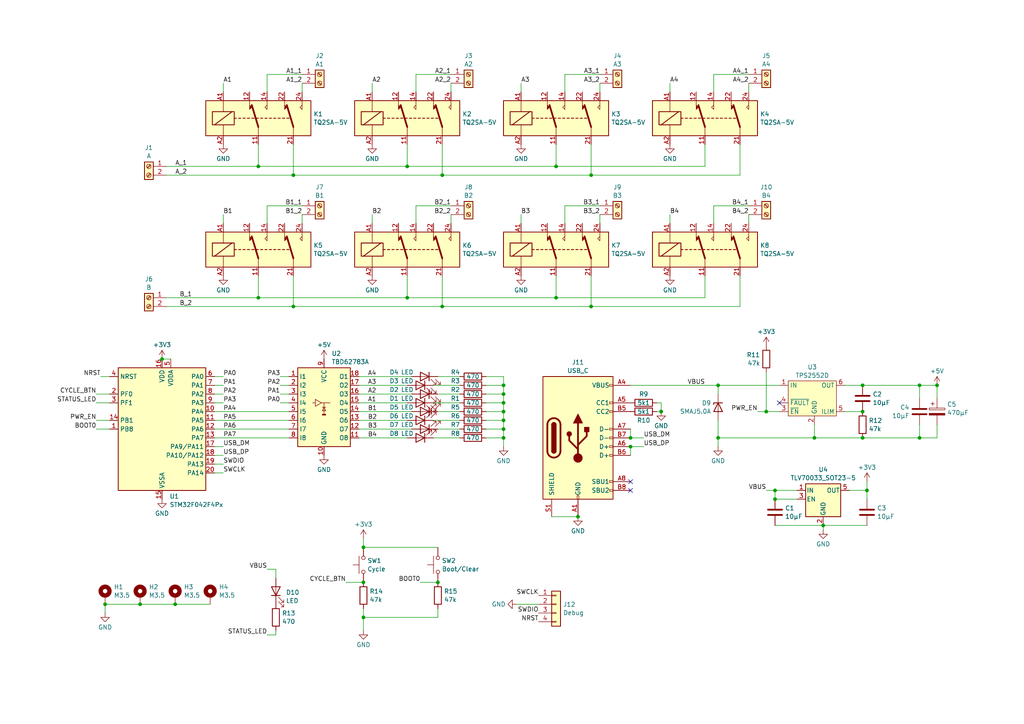
<source format=kicad_sch>
(kicad_sch (version 20230121) (generator eeschema)
  (paper "A4")
  (title_block (title "2x4 Relay Mux") (date "2024-02-10") (rev "1") (company "Petteri Aimonen / https://essentialscrap.com/"))
  (lib_symbols
    (symbol "Connector:Screw_Terminal_01x02" (pin_names (offset 1.016) hide)
      (property "Reference" "J" (at 0 2.54 0))
      (property "Value" "Screw_Terminal_01x02" (at 0 -5.08 0))
      (symbol "Screw_Terminal_01x02_1_1"
        (rectangle (start -1.27 1.27) (end 1.27 -3.81) (stroke (width 0.254)) (fill (type background)))
        (circle (center 0 -2.54) (radius 0.635) (stroke (width 0.1524)))
        (polyline (pts (xy -0.5334 -2.2098) (xy 0.3302 -3.048)) (stroke (width 0.1524)))
        (polyline (pts (xy -0.5334 0.3302) (xy 0.3302 -0.508)) (stroke (width 0.1524)))
        (polyline (pts (xy -0.3556 -2.032) (xy 0.508 -2.8702)) (stroke (width 0.1524)))
        (polyline (pts (xy -0.3556 0.508) (xy 0.508 -0.3302)) (stroke (width 0.1524)))
        (circle (center 0 0) (radius 0.635) (stroke (width 0.1524)))
        (pin passive line (at -5.08 0 0) (length 3.81) (name "Pin_1") (number "1"))
        (pin passive line (at -5.08 -2.54 0) (length 3.81) (name "Pin_2") (number "2"))
      )
    )
    (symbol "Connector:USB_C_Receptacle_USB2.0" (pin_names (offset 1.016))
      (property "Reference" "J" (at -10.16 19.05 0))
      (property "Value" "USB_C_Receptacle_USB2.0" (at 19.05 19.05 0))
      (symbol "USB_C_Receptacle_USB2.0_0_0"
        (rectangle (start -0.254 -17.78) (end 0.254 -16.764))
        (rectangle (start 10.16 -14.986) (end 9.144 -15.494))
        (rectangle (start 10.16 -12.446) (end 9.144 -12.954))
        (rectangle (start 10.16 -4.826) (end 9.144 -5.334))
        (rectangle (start 10.16 -2.286) (end 9.144 -2.794))
        (rectangle (start 10.16 0.254) (end 9.144 -0.254))
        (rectangle (start 10.16 2.794) (end 9.144 2.286))
        (rectangle (start 10.16 7.874) (end 9.144 7.366))
        (rectangle (start 10.16 10.414) (end 9.144 9.906))
        (rectangle (start 10.16 15.494) (end 9.144 14.986))
      )
      (symbol "USB_C_Receptacle_USB2.0_0_1"
        (rectangle (start -10.16 17.78) (end 10.16 -17.78) (stroke (width 0.254)) (fill (type background)))
        (arc (start -8.89 -3.81) (mid -6.985 -5.7067) (end -5.08 -3.81) (stroke (width 0.508)))
        (arc (start -7.62 -3.81) (mid -6.985 -4.4423) (end -6.35 -3.81) (stroke (width 0.254)))
        (arc (start -7.62 -3.81) (mid -6.985 -4.4423) (end -6.35 -3.81) (stroke (width 0.254)) (fill (type outline)))
        (rectangle (start -7.62 -3.81) (end -6.35 3.81) (stroke (width 0.254)) (fill (type outline)))
        (arc (start -6.35 3.81) (mid -6.985 4.4423) (end -7.62 3.81) (stroke (width 0.254)))
        (arc (start -6.35 3.81) (mid -6.985 4.4423) (end -7.62 3.81) (stroke (width 0.254)) (fill (type outline)))
        (arc (start -5.08 3.81) (mid -6.985 5.7067) (end -8.89 3.81) (stroke (width 0.508)))
        (circle (center -2.54 1.143) (radius 0.635) (stroke (width 0.254)) (fill (type outline)))
        (circle (center 0 -5.842) (radius 1.27) (fill (type outline)))
        (polyline (pts (xy -8.89 -3.81) (xy -8.89 3.81)) (stroke (width 0.508)))
        (polyline (pts (xy -5.08 3.81) (xy -5.08 -3.81)) (stroke (width 0.508)))
        (polyline (pts (xy 0 -5.842) (xy 0 4.318)) (stroke (width 0.508)))
        (polyline (pts (xy 0 -3.302) (xy -2.54 -0.762) (xy -2.54 0.508)) (stroke (width 0.508)))
        (polyline (pts (xy 0 -2.032) (xy 2.54 0.508) (xy 2.54 1.778)) (stroke (width 0.508)))
        (polyline (pts (xy -1.27 4.318) (xy 0 6.858) (xy 1.27 4.318) (xy -1.27 4.318)) (stroke (width 0.254)) (fill (type outline)))
        (rectangle (start 1.905 1.778) (end 3.175 3.048) (stroke (width 0.254)) (fill (type outline)))
      )
      (symbol "USB_C_Receptacle_USB2.0_1_1"
        (pin passive line (at 0 -22.86 90) (length 5.08) (name "GND") (number "A1"))
        (pin passive line (at 0 -22.86 90) (length 5.08) hide (name "GND") (number "A12"))
        (pin passive line (at 15.24 15.24 180) (length 5.08) (name "VBUS") (number "A4"))
        (pin bidirectional line (at 15.24 10.16 180) (length 5.08) (name "CC1") (number "A5"))
        (pin bidirectional line (at 15.24 -2.54 180) (length 5.08) (name "D+") (number "A6"))
        (pin bidirectional line (at 15.24 2.54 180) (length 5.08) (name "D-") (number "A7"))
        (pin bidirectional line (at 15.24 -12.7 180) (length 5.08) (name "SBU1") (number "A8"))
        (pin passive line (at 15.24 15.24 180) (length 5.08) hide (name "VBUS") (number "A9"))
        (pin passive line (at 0 -22.86 90) (length 5.08) hide (name "GND") (number "B1"))
        (pin passive line (at 0 -22.86 90) (length 5.08) hide (name "GND") (number "B12"))
        (pin passive line (at 15.24 15.24 180) (length 5.08) hide (name "VBUS") (number "B4"))
        (pin bidirectional line (at 15.24 7.62 180) (length 5.08) (name "CC2") (number "B5"))
        (pin bidirectional line (at 15.24 -5.08 180) (length 5.08) (name "D+") (number "B6"))
        (pin bidirectional line (at 15.24 0 180) (length 5.08) (name "D-") (number "B7"))
        (pin bidirectional line (at 15.24 -15.24 180) (length 5.08) (name "SBU2") (number "B8"))
        (pin passive line (at 15.24 15.24 180) (length 5.08) hide (name "VBUS") (number "B9"))
        (pin passive line (at -7.62 -22.86 90) (length 5.08) (name "SHIELD") (number "S1"))
      )
    )
    (symbol "Connector_Generic:Conn_01x04" (pin_names (offset 1.016) hide)
      (property "Reference" "J" (at 0 5.08 0))
      (property "Value" "Conn_01x04" (at 0 -7.62 0))
      (symbol "Conn_01x04_1_1"
        (rectangle (start -1.27 -4.953) (end 0 -5.207) (stroke (width 0.1524)))
        (rectangle (start -1.27 -2.413) (end 0 -2.667) (stroke (width 0.1524)))
        (rectangle (start -1.27 0.127) (end 0 -0.127) (stroke (width 0.1524)))
        (rectangle (start -1.27 2.667) (end 0 2.413) (stroke (width 0.1524)))
        (rectangle (start -1.27 3.81) (end 1.27 -6.35) (stroke (width 0.254)) (fill (type background)))
        (pin passive line (at -5.08 2.54 0) (length 3.81) (name "Pin_1") (number "1"))
        (pin passive line (at -5.08 0 0) (length 3.81) (name "Pin_2") (number "2"))
        (pin passive line (at -5.08 -2.54 0) (length 3.81) (name "Pin_3") (number "3"))
        (pin passive line (at -5.08 -5.08 0) (length 3.81) (name "Pin_4") (number "4"))
      )
    )
    (symbol "Device:C" (pin_numbers hide) (pin_names (offset 0.254))
      (property "Reference" "C" (at 0.635 2.54 0))
      (property "Value" "C" (at 0.635 -2.54 0))
      (symbol "C_0_1"
        (polyline (pts (xy -2.032 -0.762) (xy 2.032 -0.762)) (stroke (width 0.508)))
        (polyline (pts (xy -2.032 0.762) (xy 2.032 0.762)) (stroke (width 0.508)))
      )
      (symbol "C_1_1"
        (pin passive line (at 0 3.81 270) (length 2.794) (name "~") (number "1"))
        (pin passive line (at 0 -3.81 90) (length 2.794) (name "~") (number "2"))
      )
    )
    (symbol "Device:C_Polarized" (pin_numbers hide) (pin_names (offset 0.254))
      (property "Reference" "C" (at 0.635 2.54 0))
      (property "Value" "C_Polarized" (at 0.635 -2.54 0))
      (symbol "C_Polarized_0_1"
        (rectangle (start -2.286 0.508) (end 2.286 1.016))
        (polyline (pts (xy -1.778 2.286) (xy -0.762 2.286)))
        (polyline (pts (xy -1.27 2.794) (xy -1.27 1.778)))
        (rectangle (start 2.286 -0.508) (end -2.286 -1.016) (fill (type outline)))
      )
      (symbol "C_Polarized_1_1"
        (pin passive line (at 0 3.81 270) (length 2.794) (name "~") (number "1"))
        (pin passive line (at 0 -3.81 90) (length 2.794) (name "~") (number "2"))
      )
    )
    (symbol "Device:D_Zener" (pin_numbers hide) (pin_names (offset 1.016) hide)
      (property "Reference" "D" (at 0 2.54 0))
      (property "Value" "D_Zener" (at 0 -2.54 0))
      (symbol "D_Zener_0_1"
        (polyline (pts (xy 1.27 0) (xy -1.27 0)))
        (polyline (pts (xy -1.27 -1.27) (xy -1.27 1.27) (xy -0.762 1.27)) (stroke (width 0.254)))
        (polyline (pts (xy 1.27 -1.27) (xy 1.27 1.27) (xy -1.27 0) (xy 1.27 -1.27)) (stroke (width 0.254)))
      )
      (symbol "D_Zener_1_1"
        (pin passive line (at -3.81 0 0) (length 2.54) (name "K") (number "1"))
        (pin passive line (at 3.81 0 180) (length 2.54) (name "A") (number "2"))
      )
    )
    (symbol "Device:LED" (pin_numbers hide) (pin_names (offset 1.016) hide)
      (property "Reference" "D" (at 0 2.54 0))
      (property "Value" "LED" (at 0 -2.54 0))
      (symbol "LED_0_1"
        (polyline (pts (xy -1.27 -1.27) (xy -1.27 1.27)) (stroke (width 0.254)))
        (polyline (pts (xy -1.27 0) (xy 1.27 0)))
        (polyline (pts (xy 1.27 -1.27) (xy 1.27 1.27) (xy -1.27 0) (xy 1.27 -1.27)) (stroke (width 0.254)))
        (polyline (pts (xy -3.048 -0.762) (xy -4.572 -2.286) (xy -3.81 -2.286) (xy -4.572 -2.286) (xy -4.572 -1.524)))
        (polyline (pts (xy -1.778 -0.762) (xy -3.302 -2.286) (xy -2.54 -2.286) (xy -3.302 -2.286) (xy -3.302 -1.524)))
      )
      (symbol "LED_1_1"
        (pin passive line (at -3.81 0 0) (length 2.54) (name "K") (number "1"))
        (pin passive line (at 3.81 0 180) (length 2.54) (name "A") (number "2"))
      )
    )
    (symbol "Device:R" (pin_numbers hide) (pin_names (offset 0))
      (property "Reference" "R" (at 2.032 0 90))
      (property "Value" "R" (at 0 0 90))
      (symbol "R_0_1"
        (rectangle (start -1.016 -2.54) (end 1.016 2.54) (stroke (width 0.254)))
      )
      (symbol "R_1_1"
        (pin passive line (at 0 3.81 270) (length 1.27) (name "~") (number "1"))
        (pin passive line (at 0 -3.81 90) (length 1.27) (name "~") (number "2"))
      )
    )
    (symbol "MCU_ST_STM32F0:STM32F042F4Px"
      (property "Reference" "U" (at -12.7 19.05 0))
      (property "Value" "STM32F042F4Px" (at 5.08 19.05 0))
      (symbol "STM32F042F4Px_0_1"
        (rectangle (start -12.7 -17.78) (end 12.7 17.78) (stroke (width 0.254)) (fill (type background)))
      )
      (symbol "STM32F042F4Px_1_1"
        (pin bidirectional line (at -15.24 0 0) (length 2.54) (name "PB8") (number "1"))
        (pin bidirectional line (at 15.24 5.08 180) (length 2.54) (name "PA4") (number "10"))
        (pin bidirectional line (at 15.24 2.54 180) (length 2.54) (name "PA5") (number "11"))
        (pin bidirectional line (at 15.24 0 180) (length 2.54) (name "PA6") (number "12"))
        (pin bidirectional line (at 15.24 -2.54 180) (length 2.54) (name "PA7") (number "13"))
        (pin bidirectional line (at -15.24 2.54 0) (length 2.54) (name "PB1") (number "14"))
        (pin power_in line (at 0 -20.32 90) (length 2.54) (name "VSSA") (number "15"))
        (pin power_in line (at 0 20.32 270) (length 2.54) (name "VDD") (number "16"))
        (pin bidirectional line (at 15.24 -5.08 180) (length 2.54) (name "PA9/PA11") (number "17"))
        (pin bidirectional line (at 15.24 -7.62 180) (length 2.54) (name "PA10/PA12") (number "18"))
        (pin bidirectional line (at 15.24 -10.16 180) (length 2.54) (name "PA13") (number "19"))
        (pin bidirectional line (at -15.24 10.16 0) (length 2.54) (name "PF0") (number "2"))
        (pin bidirectional line (at 15.24 -12.7 180) (length 2.54) (name "PA14") (number "20"))
        (pin bidirectional line (at -15.24 7.62 0) (length 2.54) (name "PF1") (number "3"))
        (pin input line (at -15.24 15.24 0) (length 2.54) (name "NRST") (number "4"))
        (pin power_in line (at 2.54 20.32 270) (length 2.54) (name "VDDA") (number "5"))
        (pin bidirectional line (at 15.24 15.24 180) (length 2.54) (name "PA0") (number "6"))
        (pin bidirectional line (at 15.24 12.7 180) (length 2.54) (name "PA1") (number "7"))
        (pin bidirectional line (at 15.24 10.16 180) (length 2.54) (name "PA2") (number "8"))
        (pin bidirectional line (at 15.24 7.62 180) (length 2.54) (name "PA3") (number "9"))
      )
    )
    (symbol "Mechanical:MountingHole_Pad" (pin_numbers hide) (pin_names (offset 1.016) hide)
      (property "Reference" "H" (at 0 6.35 0))
      (property "Value" "MountingHole_Pad" (at 0 4.445 0))
      (symbol "MountingHole_Pad_0_1"
        (circle (center 0 1.27) (radius 1.27) (stroke (width 1.27)))
      )
      (symbol "MountingHole_Pad_1_1"
        (pin input line (at 0 -2.54 90) (length 2.54) (name "1") (number "1"))
      )
    )
    (symbol "Regulator_Linear:TLV70033_SOT23-5" (pin_names (offset 0.254))
      (property "Reference" "U" (at -3.81 5.715 0))
      (property "Value" "TLV70033_SOT23-5" (at 0 5.715 0))
      (symbol "TLV70033_SOT23-5_0_1"
        (rectangle (start -5.08 4.445) (end 5.08 -5.08) (stroke (width 0.254)) (fill (type background)))
      )
      (symbol "TLV70033_SOT23-5_1_1"
        (pin power_in line (at -7.62 2.54 0) (length 2.54) (name "IN") (number "1"))
        (pin power_in line (at 0 -7.62 90) (length 2.54) (name "GND") (number "2"))
        (pin input line (at -7.62 0 0) (length 2.54) (name "EN") (number "3"))
        (pin no_connect line (at 5.08 0 180) (length 2.54) hide (name "NC") (number "4"))
        (pin power_out line (at 7.62 2.54 180) (length 2.54) (name "OUT") (number "5"))
      )
    )
    (symbol "Relay:Relay_DPDT"
      (property "Reference" "K" (at 16.51 3.81 0))
      (property "Value" "Relay_DPDT" (at 16.51 1.27 0))
      (symbol "Relay_DPDT_0_1"
        (rectangle (start -15.24 5.08) (end 15.24 -5.08) (stroke (width 0.254)) (fill (type background)))
        (rectangle (start -13.335 1.905) (end -6.985 -1.905) (stroke (width 0.254)))
        (polyline (pts (xy -12.7 -1.905) (xy -7.62 1.905)) (stroke (width 0.254)))
        (polyline (pts (xy -10.16 -5.08) (xy -10.16 -1.905)))
        (polyline (pts (xy -10.16 5.08) (xy -10.16 1.905)))
        (polyline (pts (xy -6.985 0) (xy -6.35 0)) (stroke (width 0.254)))
        (polyline (pts (xy -5.715 0) (xy -5.08 0)) (stroke (width 0.254)))
        (polyline (pts (xy -4.445 0) (xy -3.81 0)) (stroke (width 0.254)))
        (polyline (pts (xy -3.175 0) (xy -2.54 0)) (stroke (width 0.254)))
        (polyline (pts (xy -1.905 0) (xy -1.27 0)) (stroke (width 0.254)))
        (polyline (pts (xy -0.635 0) (xy 0 0)) (stroke (width 0.254)))
        (polyline (pts (xy 0 -2.54) (xy -1.905 3.81)) (stroke (width 0.508)))
        (polyline (pts (xy 0 -2.54) (xy 0 -5.08)))
        (polyline (pts (xy 0.635 0) (xy 1.27 0)) (stroke (width 0.254)))
        (polyline (pts (xy 1.905 0) (xy 2.54 0)) (stroke (width 0.254)))
        (polyline (pts (xy 3.175 0) (xy 3.81 0)) (stroke (width 0.254)))
        (polyline (pts (xy 4.445 0) (xy 5.08 0)) (stroke (width 0.254)))
        (polyline (pts (xy 5.715 0) (xy 6.35 0)) (stroke (width 0.254)))
        (polyline (pts (xy 6.985 0) (xy 7.62 0)) (stroke (width 0.254)))
        (polyline (pts (xy 8.255 0) (xy 8.89 0)) (stroke (width 0.254)))
        (polyline (pts (xy 10.16 -2.54) (xy 8.255 3.81)) (stroke (width 0.508)))
        (polyline (pts (xy 10.16 -2.54) (xy 10.16 -5.08)))
        (polyline (pts (xy -2.54 5.08) (xy -2.54 2.54) (xy -1.905 3.175) (xy -2.54 3.81)) (fill (type outline)))
        (polyline (pts (xy 2.54 5.08) (xy 2.54 2.54) (xy 1.905 3.175) (xy 2.54 3.81)))
        (polyline (pts (xy 7.62 5.08) (xy 7.62 2.54) (xy 8.255 3.175) (xy 7.62 3.81)) (fill (type outline)))
        (polyline (pts (xy 12.7 5.08) (xy 12.7 2.54) (xy 12.065 3.175) (xy 12.7 3.81)))
      )
      (symbol "Relay_DPDT_1_1"
        (pin passive line (at 0 -7.62 90) (length 2.54) (name "~") (number "11"))
        (pin passive line (at -2.54 7.62 270) (length 2.54) (name "~") (number "12"))
        (pin passive line (at 2.54 7.62 270) (length 2.54) (name "~") (number "14"))
        (pin passive line (at 10.16 -7.62 90) (length 2.54) (name "~") (number "21"))
        (pin passive line (at 7.62 7.62 270) (length 2.54) (name "~") (number "22"))
        (pin passive line (at 12.7 7.62 270) (length 2.54) (name "~") (number "24"))
        (pin passive line (at -10.16 7.62 270) (length 2.54) (name "~") (number "A1"))
        (pin passive line (at -10.16 -7.62 90) (length 2.54) (name "~") (number "A2"))
      )
    )
    (symbol "Switch:SW_Push" (pin_numbers hide) (pin_names (offset 1.016) hide)
      (property "Reference" "SW" (at 1.27 2.54 0))
      (property "Value" "SW_Push" (at 0 -1.524 0))
      (symbol "SW_Push_0_1"
        (circle (center -2.032 0) (radius 0.508))
        (polyline (pts (xy 0 1.27) (xy 0 3.048)))
        (polyline (pts (xy 2.54 1.27) (xy -2.54 1.27)))
        (circle (center 2.032 0) (radius 0.508))
        (pin passive line (at -5.08 0 0) (length 2.54) (name "1") (number "1"))
        (pin passive line (at 5.08 0 180) (length 2.54) (name "2") (number "2"))
      )
    )
    (symbol "Transistor_Array:TBD62783A"
      (property "Reference" "U" (at -7.62 11.43 0))
      (property "Value" "TBD62783A" (at 1.27 11.43 0))
      (symbol "TBD62783A_0_1"
        (rectangle (start -7.62 10.16) (end 7.62 -12.7) (stroke (width 0.254)) (fill (type background)))
        (rectangle (start -0.508 -3.302) (end 0.508 -3.556) (fill (type outline)))
        (polyline (pts (xy -1.778 -2.794) (xy -1.778 -2.794)) (stroke (width 0.254)))
        (polyline (pts (xy -1.778 -2.032) (xy -1.778 -2.032)) (stroke (width 0.254)))
        (polyline (pts (xy -1.778 -1.27) (xy -1.778 -1.27)) (stroke (width 0.254)))
        (polyline (pts (xy -1.778 1.27) (xy -1.778 1.27)) (stroke (width 0.254)))
        (polyline (pts (xy -1.778 2.032) (xy -1.778 2.032)) (stroke (width 0.254)))
        (polyline (pts (xy -1.778 2.794) (xy -1.778 2.794)) (stroke (width 0.254)))
        (polyline (pts (xy -0.762 0) (xy 1.778 0)))
        (polyline (pts (xy -0.508 -1.27) (xy 0.508 -1.27)))
        (polyline (pts (xy 0 0) (xy 0 -3.302)))
        (polyline (pts (xy 0 0) (xy 0 0)) (stroke (width 0.508)))
        (polyline (pts (xy 0 -1.27) (xy -0.508 -2.286) (xy 0.508 -2.286) (xy 0 -1.27)))
        (polyline (pts (xy -3.302 0) (xy -2.54 0) (xy -2.54 1.016) (xy -0.762 0) (xy -2.54 -1.016) (xy -2.54 0)))
      )
      (symbol "TBD62783A_1_1"
        (pin input line (at -10.16 7.62 0) (length 2.54) (name "I1") (number "1"))
        (pin power_in line (at 0 -15.24 90) (length 2.54) (name "GND") (number "10"))
        (pin open_emitter line (at 10.16 -10.16 180) (length 2.54) (name "O8") (number "11"))
        (pin open_emitter line (at 10.16 -7.62 180) (length 2.54) (name "O7") (number "12"))
        (pin open_emitter line (at 10.16 -5.08 180) (length 2.54) (name "O6") (number "13"))
        (pin open_emitter line (at 10.16 -2.54 180) (length 2.54) (name "O5") (number "14"))
        (pin open_emitter line (at 10.16 0 180) (length 2.54) (name "O4") (number "15"))
        (pin open_emitter line (at 10.16 2.54 180) (length 2.54) (name "O3") (number "16"))
        (pin open_emitter line (at 10.16 5.08 180) (length 2.54) (name "O2") (number "17"))
        (pin open_emitter line (at 10.16 7.62 180) (length 2.54) (name "O1") (number "18"))
        (pin input line (at -10.16 5.08 0) (length 2.54) (name "I2") (number "2"))
        (pin input line (at -10.16 2.54 0) (length 2.54) (name "I3") (number "3"))
        (pin input line (at -10.16 0 0) (length 2.54) (name "I4") (number "4"))
        (pin input line (at -10.16 -2.54 0) (length 2.54) (name "I5") (number "5"))
        (pin input line (at -10.16 -5.08 0) (length 2.54) (name "I6") (number "6"))
        (pin input line (at -10.16 -7.62 0) (length 2.54) (name "I7") (number "7"))
        (pin input line (at -10.16 -10.16 0) (length 2.54) (name "I8") (number "8"))
        (pin power_in line (at 0 12.7 270) (length 2.54) (name "VCC") (number "9"))
      )
    )
    (symbol "power:+3V3" (power) (pin_names (offset 0))
      (property "Value" "+3V3" (at 0 3.556 0))
      (symbol "+3V3_0_1"
        (polyline (pts (xy -0.762 1.27) (xy 0 2.54)))
        (polyline (pts (xy 0 0) (xy 0 2.54)))
        (polyline (pts (xy 0 2.54) (xy 0.762 1.27)))
      )
      (symbol "+3V3_1_1"
        (pin power_in line (at 0 0 90) (length 0) hide (name "+3V3") (number "1"))
      )
    )
    (symbol "power:+5V" (power) (pin_names (offset 0))
      (property "Value" "+5V" (at 0 3.556 0))
      (symbol "+5V_0_1"
        (polyline (pts (xy -0.762 1.27) (xy 0 2.54)))
        (polyline (pts (xy 0 0) (xy 0 2.54)))
        (polyline (pts (xy 0 2.54) (xy 0.762 1.27)))
      )
      (symbol "+5V_1_1"
        (pin power_in line (at 0 0 90) (length 0) hide (name "+5V") (number "1"))
      )
    )
    (symbol "power:GND" (power) (pin_names (offset 0))
      (property "Value" "GND" (at 0 -3.81 0))
      (symbol "GND_0_1"
        (polyline (pts (xy 0 0) (xy 0 -1.27) (xy 1.27 -1.27) (xy 0 -2.54) (xy -1.27 -1.27) (xy 0 -1.27)))
      )
      (symbol "GND_1_1"
        (pin power_in line (at 0 0 270) (length 0) hide (name "GND") (number "1"))
      )
    )
    (symbol "relaymux:TPS2552D"
      (property "Reference" "U" (at -3.81 8.89 0))
      (property "Value" "TPS2552D" (at 0 6.35 0))
      (symbol "TPS2552D_0_0"
        (pin power_in line (at -10.16 3.81 0) (length 2.54) (name "IN") (number "1"))
        (pin passive line (at 0 -7.62 90) (length 2.54) (name "GND") (number "2"))
        (pin input line (at -10.16 -3.81 0) (length 2.54) (name "~{EN}") (number "3"))
        (pin open_collector line (at -10.16 -1.27 0) (length 2.54) (name "~{FAULT}") (number "4"))
        (pin passive line (at 8.89 -3.81 180) (length 2.54) (name "ILIM") (number "5"))
        (pin power_out line (at 8.89 3.81 180) (length 2.54) (name "OUT") (number "6"))
      )
      (symbol "TPS2552D_1_1"
        (rectangle (start -7.62 5.08) (end 6.35 -5.08) (fill (type background)))
      )
    )
  )
  (junction (at 50.8 175.26))
  (junction (at 146.05 111.76))
  (junction (at 85.09 50.8))
  (junction (at 118.11 48.26))
  (junction (at 146.05 127))
  (junction (at 171.45 88.9))
  (junction (at 40.64 175.26))
  (junction (at 208.28 111.76))
  (junction (at 161.29 48.26))
  (junction (at 105.41 179.07))
  (junction (at 251.46 142.24))
  (junction (at 191.77 119.38))
  (junction (at 224.79 142.24))
  (junction (at 105.41 168.91))
  (junction (at 271.78 111.76))
  (junction (at 146.05 121.92))
  (junction (at 236.22 127))
  (junction (at 105.41 158.75))
  (junction (at 222.25 119.38))
  (junction (at 182.88 129.54))
  (junction (at 182.88 127))
  (junction (at 238.76 152.4))
  (junction (at 250.19 119.38))
  (junction (at 250.19 111.76))
  (junction (at 146.05 116.84))
  (junction (at 146.05 119.38))
  (junction (at 128.27 50.8))
  (junction (at 224.79 144.78))
  (junction (at 74.93 86.36))
  (junction (at 167.64 149.86))
  (junction (at 266.7 111.76))
  (junction (at 46.99 104.14))
  (junction (at 128.27 88.9))
  (junction (at 127 168.91))
  (junction (at 85.09 88.9))
  (junction (at 118.11 86.36))
  (junction (at 146.05 114.3))
  (junction (at 74.93 48.26))
  (junction (at 250.19 127))
  (junction (at 30.48 175.26))
  (junction (at 266.7 127))
  (junction (at 146.05 124.46))
  (junction (at 161.29 86.36))
  (junction (at 208.28 127))
  (junction (at 171.45 50.8))
  (no_connect (at 182.88 139.7))
  (no_connect (at 226.06 116.84))
  (no_connect (at 182.88 142.24))
  (wire (pts (xy 128.27 50.8) (xy 171.45 50.8)))
  (wire (pts (xy 40.64 175.26) (xy 50.8 175.26)))
  (wire (pts (xy 173.99 64.77) (xy 173.99 62.23)))
  (wire (pts (xy 130.81 64.77) (xy 130.81 62.23)))
  (wire (pts (xy 146.05 114.3) (xy 146.05 111.76)))
  (wire (pts (xy 27.94 114.3) (xy 31.75 114.3)))
  (wire (pts (xy 100.33 168.91) (xy 105.41 168.91)))
  (wire (pts (xy 62.23 116.84) (xy 64.77 116.84)))
  (wire (pts (xy 194.31 62.23) (xy 194.31 64.77)))
  (wire (pts (xy 130.81 59.69) (xy 120.65 59.69)))
  (wire (pts (xy 128.27 88.9) (xy 128.27 80.01)))
  (wire (pts (xy 127 176.53) (xy 127 179.07)))
  (wire (pts (xy 81.28 116.84) (xy 83.82 116.84)))
  (wire (pts (xy 62.23 114.3) (xy 64.77 114.3)))
  (wire (pts (xy 64.77 129.54) (xy 62.23 129.54)))
  (wire (pts (xy 140.97 124.46) (xy 146.05 124.46)))
  (wire (pts (xy 251.46 139.7) (xy 251.46 142.24)))
  (wire (pts (xy 161.29 86.36) (xy 204.47 86.36)))
  (wire (pts (xy 105.41 179.07) (xy 127 179.07)))
  (wire (pts (xy 77.47 21.59) (xy 77.47 26.67)))
  (wire (pts (xy 266.7 123.19) (xy 266.7 127)))
  (wire (pts (xy 74.93 86.36) (xy 118.11 86.36)))
  (wire (pts (xy 30.48 177.8) (xy 30.48 175.26)))
  (wire (pts (xy 204.47 48.26) (xy 204.47 41.91)))
  (wire (pts (xy 161.29 48.26) (xy 161.29 41.91)))
  (wire (pts (xy 104.14 121.92) (xy 118.11 121.92)))
  (wire (pts (xy 271.78 127) (xy 271.78 123.19)))
  (wire (pts (xy 186.69 127) (xy 182.88 127)))
  (wire (pts (xy 207.01 59.69) (xy 207.01 64.77)))
  (wire (pts (xy 222.25 119.38) (xy 226.06 119.38)))
  (wire (pts (xy 62.23 109.22) (xy 64.77 109.22)))
  (wire (pts (xy 140.97 111.76) (xy 146.05 111.76)))
  (wire (pts (xy 81.28 109.22) (xy 83.82 109.22)))
  (wire (pts (xy 186.69 129.54) (xy 182.88 129.54)))
  (wire (pts (xy 118.11 86.36) (xy 161.29 86.36)))
  (wire (pts (xy 74.93 86.36) (xy 74.93 80.01)))
  (wire (pts (xy 105.41 156.21) (xy 105.41 158.75)))
  (wire (pts (xy 80.01 165.1) (xy 80.01 167.64)))
  (wire (pts (xy 104.14 124.46) (xy 119.38 124.46)))
  (wire (pts (xy 208.28 111.76) (xy 208.28 114.3)))
  (wire (pts (xy 105.41 176.53) (xy 105.41 179.07)))
  (wire (pts (xy 121.92 168.91) (xy 127 168.91)))
  (wire (pts (xy 27.94 121.92) (xy 31.75 121.92)))
  (wire (pts (xy 191.77 116.84) (xy 190.5 116.84)))
  (wire (pts (xy 173.99 26.67) (xy 173.99 24.13)))
  (wire (pts (xy 104.14 119.38) (xy 119.38 119.38)))
  (wire (pts (xy 105.41 182.88) (xy 105.41 179.07)))
  (wire (pts (xy 62.23 121.92) (xy 83.82 121.92)))
  (wire (pts (xy 30.48 175.26) (xy 40.64 175.26)))
  (wire (pts (xy 222.25 142.24) (xy 224.79 142.24)))
  (wire (pts (xy 87.63 26.67) (xy 87.63 24.13)))
  (wire (pts (xy 171.45 88.9) (xy 171.45 80.01)))
  (wire (pts (xy 48.26 88.9) (xy 85.09 88.9)))
  (wire (pts (xy 140.97 119.38) (xy 146.05 119.38)))
  (wire (pts (xy 146.05 116.84) (xy 146.05 114.3)))
  (wire (pts (xy 64.77 24.13) (xy 64.77 26.67)))
  (wire (pts (xy 85.09 50.8) (xy 128.27 50.8)))
  (wire (pts (xy 74.93 48.26) (xy 118.11 48.26)))
  (wire (pts (xy 182.88 111.76) (xy 208.28 111.76)))
  (wire (pts (xy 146.05 127) (xy 146.05 124.46)))
  (wire (pts (xy 127 119.38) (xy 133.35 119.38)))
  (wire (pts (xy 107.95 62.23) (xy 107.95 64.77)))
  (wire (pts (xy 182.88 129.54) (xy 182.88 132.08)))
  (wire (pts (xy 62.23 124.46) (xy 83.82 124.46)))
  (wire (pts (xy 130.81 26.67) (xy 130.81 24.13)))
  (wire (pts (xy 125.73 111.76) (xy 133.35 111.76)))
  (wire (pts (xy 104.14 114.3) (xy 119.38 114.3)))
  (wire (pts (xy 27.94 116.84) (xy 31.75 116.84)))
  (wire (pts (xy 104.14 127) (xy 118.11 127)))
  (wire (pts (xy 238.76 152.4) (xy 251.46 152.4)))
  (wire (pts (xy 224.79 152.4) (xy 238.76 152.4)))
  (wire (pts (xy 104.14 109.22) (xy 119.38 109.22)))
  (wire (pts (xy 266.7 127) (xy 271.78 127)))
  (wire (pts (xy 163.83 59.69) (xy 163.83 64.77)))
  (wire (pts (xy 182.88 127) (xy 182.88 124.46)))
  (wire (pts (xy 146.05 121.92) (xy 146.05 119.38)))
  (wire (pts (xy 127 124.46) (xy 133.35 124.46)))
  (wire (pts (xy 64.77 62.23) (xy 64.77 64.77)))
  (wire (pts (xy 85.09 88.9) (xy 85.09 80.01)))
  (wire (pts (xy 245.11 111.76) (xy 250.19 111.76)))
  (wire (pts (xy 48.26 48.26) (xy 74.93 48.26)))
  (wire (pts (xy 77.47 59.69) (xy 77.47 64.77)))
  (wire (pts (xy 208.28 127) (xy 208.28 129.54)))
  (wire (pts (xy 87.63 21.59) (xy 77.47 21.59)))
  (wire (pts (xy 125.73 127) (xy 133.35 127)))
  (wire (pts (xy 245.11 119.38) (xy 250.19 119.38)))
  (wire (pts (xy 219.71 119.38) (xy 222.25 119.38)))
  (wire (pts (xy 140.97 121.92) (xy 146.05 121.92)))
  (wire (pts (xy 250.19 127) (xy 266.7 127)))
  (wire (pts (xy 151.13 62.23) (xy 151.13 64.77)))
  (wire (pts (xy 125.73 121.92) (xy 133.35 121.92)))
  (wire (pts (xy 140.97 114.3) (xy 146.05 114.3)))
  (wire (pts (xy 87.63 59.69) (xy 77.47 59.69)))
  (wire (pts (xy 62.23 111.76) (xy 64.77 111.76)))
  (wire (pts (xy 204.47 86.36) (xy 204.47 80.01)))
  (wire (pts (xy 62.23 134.62) (xy 64.77 134.62)))
  (wire (pts (xy 74.93 48.26) (xy 74.93 41.91)))
  (wire (pts (xy 224.79 144.78) (xy 231.14 144.78)))
  (wire (pts (xy 222.25 107.95) (xy 222.25 119.38)))
  (wire (pts (xy 236.22 127) (xy 250.19 127)))
  (wire (pts (xy 105.41 158.75) (xy 127 158.75)))
  (wire (pts (xy 87.63 64.77) (xy 87.63 62.23)))
  (wire (pts (xy 48.26 50.8) (xy 85.09 50.8)))
  (wire (pts (xy 146.05 119.38) (xy 146.05 116.84)))
  (wire (pts (xy 81.28 114.3) (xy 83.82 114.3)))
  (wire (pts (xy 171.45 88.9) (xy 214.63 88.9)))
  (wire (pts (xy 127 109.22) (xy 133.35 109.22)))
  (wire (pts (xy 146.05 124.46) (xy 146.05 121.92)))
  (wire (pts (xy 191.77 116.84) (xy 191.77 119.38)))
  (wire (pts (xy 62.23 132.08) (xy 64.77 132.08)))
  (wire (pts (xy 128.27 50.8) (xy 128.27 41.91)))
  (wire (pts (xy 146.05 109.22) (xy 140.97 109.22)))
  (wire (pts (xy 85.09 50.8) (xy 85.09 41.91)))
  (wire (pts (xy 161.29 86.36) (xy 161.29 80.01)))
  (wire (pts (xy 250.19 111.76) (xy 266.7 111.76)))
  (wire (pts (xy 62.23 127) (xy 83.82 127)))
  (wire (pts (xy 251.46 142.24) (xy 251.46 144.78)))
  (wire (pts (xy 104.14 116.84) (xy 118.11 116.84)))
  (wire (pts (xy 85.09 88.9) (xy 128.27 88.9)))
  (wire (pts (xy 208.28 127) (xy 236.22 127)))
  (wire (pts (xy 217.17 64.77) (xy 217.17 62.23)))
  (wire (pts (xy 62.23 119.38) (xy 83.82 119.38)))
  (wire (pts (xy 128.27 88.9) (xy 171.45 88.9)))
  (wire (pts (xy 217.17 21.59) (xy 207.01 21.59)))
  (wire (pts (xy 118.11 86.36) (xy 118.11 80.01)))
  (wire (pts (xy 214.63 50.8) (xy 214.63 41.91)))
  (wire (pts (xy 80.01 182.88) (xy 80.01 184.15)))
  (wire (pts (xy 107.95 24.13) (xy 107.95 26.67)))
  (wire (pts (xy 224.79 142.24) (xy 231.14 142.24)))
  (wire (pts (xy 140.97 127) (xy 146.05 127)))
  (wire (pts (xy 104.14 111.76) (xy 118.11 111.76)))
  (wire (pts (xy 161.29 48.26) (xy 204.47 48.26)))
  (wire (pts (xy 77.47 184.15) (xy 80.01 184.15)))
  (wire (pts (xy 208.28 111.76) (xy 226.06 111.76)))
  (wire (pts (xy 151.13 24.13) (xy 151.13 26.67)))
  (wire (pts (xy 194.31 24.13) (xy 194.31 26.67)))
  (wire (pts (xy 46.99 104.14) (xy 49.53 104.14)))
  (wire (pts (xy 207.01 21.59) (xy 207.01 26.67)))
  (wire (pts (xy 163.83 21.59) (xy 163.83 26.67)))
  (wire (pts (xy 29.21 109.22) (xy 31.75 109.22)))
  (wire (pts (xy 48.26 86.36) (xy 74.93 86.36)))
  (wire (pts (xy 217.17 59.69) (xy 207.01 59.69)))
  (wire (pts (xy 125.73 116.84) (xy 133.35 116.84)))
  (wire (pts (xy 81.28 111.76) (xy 83.82 111.76)))
  (wire (pts (xy 191.77 119.38) (xy 190.5 119.38)))
  (wire (pts (xy 130.81 21.59) (xy 120.65 21.59)))
  (wire (pts (xy 217.17 26.67) (xy 217.17 24.13)))
  (wire (pts (xy 77.47 165.1) (xy 80.01 165.1)))
  (wire (pts (xy 118.11 48.26) (xy 118.11 41.91)))
  (wire (pts (xy 146.05 111.76) (xy 146.05 109.22)))
  (wire (pts (xy 120.65 21.59) (xy 120.65 26.67)))
  (wire (pts (xy 266.7 111.76) (xy 266.7 115.57)))
  (wire (pts (xy 140.97 116.84) (xy 146.05 116.84)))
  (wire (pts (xy 127 114.3) (xy 133.35 114.3)))
  (wire (pts (xy 236.22 123.19) (xy 236.22 127)))
  (wire (pts (xy 167.64 149.86) (xy 160.02 149.86)))
  (wire (pts (xy 266.7 111.76) (xy 271.78 111.76)))
  (wire (pts (xy 246.38 142.24) (xy 251.46 142.24)))
  (wire (pts (xy 120.65 59.69) (xy 120.65 64.77)))
  (wire (pts (xy 149.86 175.26) (xy 156.21 175.26)))
  (wire (pts (xy 214.63 88.9) (xy 214.63 80.01)))
  (wire (pts (xy 146.05 129.54) (xy 146.05 127)))
  (wire (pts (xy 224.79 142.24) (xy 224.79 144.78)))
  (wire (pts (xy 171.45 50.8) (xy 171.45 41.91)))
  (wire (pts (xy 271.78 115.57) (xy 271.78 111.76)))
  (wire (pts (xy 62.23 137.16) (xy 64.77 137.16)))
  (wire (pts (xy 173.99 59.69) (xy 163.83 59.69)))
  (wire (pts (xy 173.99 21.59) (xy 163.83 21.59)))
  (wire (pts (xy 27.94 124.46) (xy 31.75 124.46)))
  (wire (pts (xy 171.45 50.8) (xy 214.63 50.8)))
  (wire (pts (xy 50.8 175.26) (xy 60.96 175.26)))
  (wire (pts (xy 238.76 152.4) (xy 238.76 153.67)))
  (wire (pts (xy 208.28 121.92) (xy 208.28 127)))
  (wire (pts (xy 118.11 48.26) (xy 161.29 48.26)))
  (label "B2_1" (at 130.81 59.69 180))
  (label "PA0" (at 81.28 116.84 180))
  (label "B_2" (at 52.07 88.9 0))
  (label "STATUS_LED" (at 77.47 184.15 180))
  (label "PA3" (at 81.28 109.22 180))
  (label "B1_2" (at 87.63 62.23 180))
  (label "A3_2" (at 173.99 24.13 180))
  (label "B4_1" (at 217.17 59.69 180))
  (label "B3_2" (at 173.99 62.23 180))
  (label "A4_2" (at 217.17 24.13 180))
  (label "B4" (at 106.68 127 0))
  (label "USB_DP" (at 64.77 132.08 0))
  (label "VBUS" (at 77.47 165.1 180))
  (label "A1_1" (at 87.63 21.59 180))
  (label "PA2" (at 64.77 114.3 0))
  (label "USB_DP" (at 186.69 129.54 0))
  (label "A1" (at 64.77 24.13 0))
  (label "SWDIO" (at 64.77 134.62 0))
  (label "PA7" (at 64.77 127 0))
  (label "B2_2" (at 130.81 62.23 180))
  (label "PWR_EN" (at 27.94 121.92 180))
  (label "B1" (at 64.77 62.23 0))
  (label "B4" (at 194.31 62.23 0))
  (label "A3_1" (at 173.99 21.59 180))
  (label "PA3" (at 64.77 116.84 0))
  (label "B4_2" (at 217.17 62.23 180))
  (label "PA4" (at 64.77 119.38 0))
  (label "B2" (at 106.68 121.92 0))
  (label "A4" (at 194.31 24.13 0))
  (label "PA1" (at 81.28 114.3 180))
  (label "NRST" (at 29.21 109.22 180))
  (label "PA6" (at 64.77 124.46 0))
  (label "B1" (at 106.68 119.38 0))
  (label "PA2" (at 81.28 111.76 180))
  (label "A1_2" (at 87.63 24.13 180))
  (label "A3" (at 106.68 111.76 0))
  (label "A4_1" (at 217.17 21.59 180))
  (label "A2" (at 107.95 24.13 0))
  (label "STATUS_LED" (at 27.94 116.84 180))
  (label "A2" (at 106.68 114.3 0))
  (label "PWR_EN" (at 219.71 119.38 180))
  (label "A4" (at 106.68 109.22 0))
  (label "VBUS" (at 222.25 142.24 180))
  (label "B2" (at 107.95 62.23 0))
  (label "A1" (at 106.68 116.84 0))
  (label "NRST" (at 156.21 180.34 180))
  (label "B3" (at 106.68 124.46 0))
  (label "SWCLK" (at 156.21 172.72 180))
  (label "B1_1" (at 87.63 59.69 180))
  (label "VBUS" (at 199.39 111.76 0))
  (label "BOOT0" (at 27.94 124.46 180))
  (label "B_1" (at 52.07 86.36 0))
  (label "B3" (at 151.13 62.23 0))
  (label "PA5" (at 64.77 121.92 0))
  (label "A3" (at 151.13 24.13 0))
  (label "A_1" (at 50.8 48.26 0))
  (label "SWCLK" (at 64.77 137.16 0))
  (label "PA0" (at 64.77 109.22 0))
  (label "PA1" (at 64.77 111.76 0))
  (label "CYCLE_BTN" (at 100.33 168.91 180))
  (label "USB_DM" (at 186.69 127 0))
  (label "USB_DM" (at 64.77 129.54 0))
  (label "SWDIO" (at 156.21 177.8 180))
  (label "BOOT0" (at 121.92 168.91 180))
  (label "B3_1" (at 173.99 59.69 180))
  (label "A2_2" (at 130.81 24.13 180))
  (label "CYCLE_BTN" (at 27.94 114.3 180))
  (label "A_2" (at 50.8 50.8 0))
  (label "A2_1" (at 130.81 21.59 180))
  (symbol (lib_id "Relay:Relay_DPDT") (at 74.93 34.29 0) (unit 1)
    (property "Reference" "K1" (at 90.932 33.0779 0) (effects (justify left)))
    (property "Value" "TQ2SA-5V" (at 90.932 35.5021 0) (effects (justify left)))
    (property "Footprint" "relaymux:Relay_TQ2SA" (effects hide))
  )
  (symbol (lib_id "power:+3V3") (at 46.99 104.14 0) (unit 1)
    (property "Reference" "#PWR09" (effects hide))
    (property "Value" "+3V3" (at 46.99 100.0069 0))
  )
  (symbol (lib_id "Device:R") (at 137.16 124.46 90) (unit 1)
    (property "Reference" "R7" (at 132.08 123.19 90))
    (property "Value" "470" (at 137.16 124.46 90))
    (property "Footprint" "Resistor_SMD:R_0805_2012Metric" (effects hide))
  )
  (symbol (lib_id "power:GND") (at 93.98 132.08 0) (unit 1)
    (property "Reference" "#PWR012" (effects hide))
    (property "Value" "GND" (at 93.98 136.2131 0))
  )
  (symbol (lib_id "Device:LED") (at 123.19 119.38 180) (unit 1)
    (property "Reference" "D5" (at 114.3 118.11 0))
    (property "Value" "LED" (at 118.11 118.11 0))
    (property "Footprint" "relaymux:LED_LTST-C230" (effects hide))
  )
  (symbol (lib_id "Relay:Relay_DPDT") (at 204.47 34.29 0) (unit 1)
    (property "Reference" "K4" (at 220.472 33.0779 0) (effects (justify left)))
    (property "Value" "TQ2SA-5V" (at 220.472 35.5021 0) (effects (justify left)))
    (property "Footprint" "relaymux:Relay_TQ2SA" (effects hide))
  )
  (symbol (lib_id "Device:LED") (at 121.92 127 180) (unit 1)
    (property "Reference" "D8" (at 114.3 125.73 0))
    (property "Value" "LED" (at 118.11 125.73 0))
    (property "Footprint" "relaymux:LED_LTST-C230" (effects hide))
  )
  (symbol (lib_id "Device:R") (at 137.16 109.22 90) (unit 1)
    (property "Reference" "R4" (at 132.08 107.95 90))
    (property "Value" "470" (at 137.16 109.22 90))
    (property "Footprint" "Resistor_SMD:R_0805_2012Metric" (effects hide))
  )
  (symbol (lib_id "Connector:USB_C_Receptacle_USB2.0") (at 167.64 127 0) (unit 1)
    (property "Reference" "J11" (at 167.64 105.0757 0))
    (property "Value" "USB_C" (at 167.64 107.4999 0))
    (property "Footprint" "Connector_USB:USB_C_Receptacle_JAE_DX07S016JA1R1500" (effects hide))
    (property "Datasheet" "https://www.usb.org/sites/default/files/documents/usb_type-c.zip" (effects hide))
  )
  (symbol (lib_id "power:GND") (at 64.77 41.91 0) (unit 1)
    (property "Reference" "#PWR01" (effects hide))
    (property "Value" "GND" (at 64.77 46.0431 0))
  )
  (symbol (lib_id "power:GND") (at 149.86 175.26 270) (mirror x) (unit 1)
    (property "Reference" "#PWR024" (effects hide))
    (property "Value" "GND" (at 146.6851 175.26 90) (effects (justify right)))
  )
  (symbol (lib_id "MCU_ST_STM32F0:STM32F042F4Px") (at 46.99 124.46 0) (unit 1)
    (property "Reference" "U1" (at 49.1841 143.9601 0) (effects (justify left)))
    (property "Value" "STM32F042F4Px" (at 49.1841 146.3843 0) (effects (justify left)))
    (property "Footprint" "Package_SO:TSSOP-20_4.4x6.5mm_P0.65mm" (effects hide))
    (property "Datasheet" "https://www.st.com/resource/en/datasheet/stm32f042f4.pdf" (effects hide))
  )
  (symbol (lib_id "Device:R") (at 137.16 114.3 90) (unit 1)
    (property "Reference" "R2" (at 132.08 113.03 90))
    (property "Value" "470" (at 137.16 114.3 90))
    (property "Footprint" "Resistor_SMD:R_0805_2012Metric" (effects hide))
  )
  (symbol (lib_id "Connector:Screw_Terminal_01x02") (at 43.18 86.36 0) (mirror y) (unit 1)
    (property "Reference" "J6" (at 43.18 80.9457 0))
    (property "Value" "B" (at 43.18 83.3699 0))
    (property "Footprint" "relaymux:Binding_Post_Pair" (effects hide))
  )
  (symbol (lib_id "power:GND") (at 107.95 80.01 0) (unit 1)
    (property "Reference" "#PWR06" (effects hide))
    (property "Value" "GND" (at 107.95 84.1431 0))
  )
  (symbol (lib_id "Regulator_Linear:TLV70033_SOT23-5") (at 238.76 144.78 0) (unit 1)
    (property "Reference" "U4" (at 238.76 136.1907 0))
    (property "Value" "TLV70033_SOT23-5" (at 238.76 138.6149 0))
    (property "Footprint" "Package_TO_SOT_SMD:SOT-23-5" (effects hide))
    (property "Datasheet" "http://www.ti.com/lit/ds/symlink/tlv700.pdf" (effects hide))
  )
  (symbol (lib_id "Mechanical:MountingHole_Pad") (at 40.64 172.72 0) (unit 1)
    (property "Reference" "H2" (at 43.18 170.2379 0) (effects (justify left)))
    (property "Value" "M3.5" (at 43.18 172.6621 0) (effects (justify left)))
    (property "Footprint" "MountingHole:MountingHole_4mm_Pad" (effects hide))
  )
  (symbol (lib_id "Connector:Screw_Terminal_01x02") (at 135.89 59.69 0) (unit 1)
    (property "Reference" "J8" (at 135.89 54.2757 0))
    (property "Value" "B2" (at 135.89 56.6999 0))
    (property "Footprint" "relaymux:Binding_Post_Pair_60deg" (effects hide))
  )
  (symbol (lib_id "power:GND") (at 151.13 80.01 0) (unit 1)
    (property "Reference" "#PWR07" (effects hide))
    (property "Value" "GND" (at 151.13 84.1431 0))
  )
  (symbol (lib_id "Device:R") (at 186.69 119.38 270) (unit 1)
    (property "Reference" "R10" (at 186.69 121.92 90))
    (property "Value" "5k1" (at 186.69 119.38 90))
    (property "Footprint" "Resistor_SMD:R_0805_2012Metric" (effects hide))
  )
  (symbol (lib_id "Transistor_Array:TBD62783A") (at 93.98 116.84 0) (unit 1)
    (property "Reference" "U2" (at 96.1741 102.5357 0) (effects (justify left)))
    (property "Value" "TBD62783A" (at 96.1741 104.9599 0) (effects (justify left)))
    (property "Footprint" "Package_SO:SOP-18_7x12.5mm_P1.27mm" (effects hide))
    (property "Datasheet" "http://toshiba.semicon-storage.com/info/docget.jsp?did=30523&prodName=TBD62783APG" (effects hide))
  )
  (symbol (lib_id "Device:R") (at 80.01 179.07 180) (unit 1)
    (property "Reference" "R13" (at 81.788 177.8579 0) (effects (justify right)))
    (property "Value" "470" (at 81.788 180.2821 0) (effects (justify right)))
    (property "Footprint" "Resistor_SMD:R_0805_2012Metric" (effects hide))
  )
  (symbol (lib_id "Device:C") (at 224.79 148.59 0) (unit 1)
    (property "Reference" "C1" (at 227.711 147.3779 0) (effects (justify left)))
    (property "Value" "10µF" (at 227.711 149.8021 0) (effects (justify left)))
    (property "Footprint" "Capacitor_SMD:C_0805_2012Metric" (effects hide))
  )
  (symbol (lib_id "power:GND") (at 238.76 153.67 0) (unit 1)
    (property "Reference" "#PWR018" (effects hide))
    (property "Value" "GND" (at 238.76 157.8031 0))
  )
  (symbol (lib_id "power:GND") (at 191.77 119.38 0) (mirror y) (unit 1)
    (property "Reference" "#PWR015" (effects hide))
    (property "Value" "GND" (at 191.77 123.5131 0))
  )
  (symbol (lib_id "Device:R") (at 137.16 116.84 90) (unit 1)
    (property "Reference" "R1" (at 132.08 115.57 90))
    (property "Value" "470" (at 137.16 116.84 90))
    (property "Footprint" "Resistor_SMD:R_0805_2012Metric" (effects hide))
  )
  (symbol (lib_id "power:GND") (at 46.99 144.78 0) (unit 1)
    (property "Reference" "#PWR010" (effects hide))
    (property "Value" "GND" (at 46.99 148.9131 0))
  )
  (symbol (lib_id "power:GND") (at 208.28 129.54 0) (mirror y) (unit 1)
    (property "Reference" "#PWR016" (effects hide))
    (property "Value" "GND" (at 208.28 133.6731 0))
  )
  (symbol (lib_id "Mechanical:MountingHole_Pad") (at 60.96 172.72 0) (unit 1)
    (property "Reference" "H4" (at 63.5 170.2379 0) (effects (justify left)))
    (property "Value" "M3.5" (at 63.5 172.6621 0) (effects (justify left)))
    (property "Footprint" "MountingHole:MountingHole_4mm_Pad" (effects hide))
  )
  (symbol (lib_id "Mechanical:MountingHole_Pad") (at 30.48 172.72 0) (unit 1)
    (property "Reference" "H1" (at 33.02 170.2379 0) (effects (justify left)))
    (property "Value" "M3.5" (at 33.02 172.6621 0) (effects (justify left)))
    (property "Footprint" "MountingHole:MountingHole_4mm_Pad" (effects hide))
  )
  (symbol (lib_id "Device:R") (at 186.69 116.84 270) (mirror x) (unit 1)
    (property "Reference" "R9" (at 186.69 114.3 90))
    (property "Value" "5k1" (at 186.69 116.84 90))
    (property "Footprint" "Resistor_SMD:R_0805_2012Metric" (effects hide))
  )
  (symbol (lib_id "Mechanical:MountingHole_Pad") (at 50.8 172.72 0) (unit 1)
    (property "Reference" "H3" (at 53.34 170.2379 0) (effects (justify left)))
    (property "Value" "M3.5" (at 53.34 172.6621 0) (effects (justify left)))
    (property "Footprint" "MountingHole:MountingHole_4mm_Pad" (effects hide))
  )
  (symbol (lib_id "Connector:Screw_Terminal_01x02") (at 43.18 48.26 0) (mirror y) (unit 1)
    (property "Reference" "J1" (at 43.18 42.8457 0))
    (property "Value" "A" (at 43.18 45.2699 0))
    (property "Footprint" "relaymux:Binding_Post_Pair" (effects hide))
  )
  (symbol (lib_id "power:+3V3") (at 105.41 156.21 0) (unit 1)
    (property "Reference" "#PWR022" (effects hide))
    (property "Value" "+3V3" (at 105.41 152.0769 0))
  )
  (symbol (lib_id "Relay:Relay_DPDT") (at 118.11 34.29 0) (unit 1)
    (property "Reference" "K2" (at 134.112 33.0779 0) (effects (justify left)))
    (property "Value" "TQ2SA-5V" (at 134.112 35.5021 0) (effects (justify left)))
    (property "Footprint" "relaymux:Relay_TQ2SA" (effects hide))
  )
  (symbol (lib_id "Device:C") (at 250.19 115.57 0) (unit 1)
    (property "Reference" "C2" (at 253.111 114.3579 0) (effects (justify left)))
    (property "Value" "10µF" (at 253.111 116.7821 0) (effects (justify left)))
    (property "Footprint" "Capacitor_SMD:C_0805_2012Metric" (effects hide))
  )
  (symbol (lib_id "Device:D_Zener") (at 208.28 118.11 90) (mirror x) (unit 1)
    (property "Reference" "D9" (at 206.248 116.8979 90) (effects (justify left)))
    (property "Value" "SMAJ5.0A" (at 206.248 119.3221 90) (effects (justify left)))
    (property "Footprint" "Diode_SMD:D_SMA" (effects hide))
  )
  (symbol (lib_id "Connector_Generic:Conn_01x04") (at 161.29 175.26 0) (unit 1)
    (property "Reference" "J12" (at 163.322 175.3179 0) (effects (justify left)))
    (property "Value" "Debug" (at 163.322 177.7421 0) (effects (justify left)))
    (property "Footprint" "relaymux:Pads_1x04_P2.54mm_Vertical" (effects hide))
  )
  (symbol (lib_id "Device:LED") (at 121.92 116.84 0) (mirror y) (unit 1)
    (property "Reference" "D1" (at 114.3 115.57 0))
    (property "Value" "LED" (at 118.11 115.57 0))
    (property "Footprint" "relaymux:LED_LTST-C230" (effects hide))
  )
  (symbol (lib_id "Device:C") (at 251.46 148.59 0) (unit 1)
    (property "Reference" "C3" (at 254.381 147.3779 0) (effects (justify left)))
    (property "Value" "10µF" (at 254.381 149.8021 0) (effects (justify left)))
    (property "Footprint" "Capacitor_SMD:C_0805_2012Metric" (effects hide))
  )
  (symbol (lib_id "Device:R") (at 250.19 123.19 0) (unit 1)
    (property "Reference" "R12" (at 251.968 121.9779 0) (effects (justify left)))
    (property "Value" "47k" (at 251.968 124.4021 0) (effects (justify left)))
    (property "Footprint" "Resistor_SMD:R_0805_2012Metric" (effects hide))
  )
  (symbol (lib_id "power:+3V3") (at 222.25 100.33 0) (unit 1)
    (property "Reference" "#PWR017" (effects hide))
    (property "Value" "+3V3" (at 222.25 96.1969 0))
  )
  (symbol (lib_id "power:GND") (at 64.77 80.01 0) (unit 1)
    (property "Reference" "#PWR05" (effects hide))
    (property "Value" "GND" (at 64.77 84.1431 0))
  )
  (symbol (lib_id "Device:C_Polarized") (at 271.78 119.38 0) (unit 1)
    (property "Reference" "C5" (at 274.701 117.2789 0) (effects (justify left)))
    (property "Value" "470µF" (at 274.701 119.7031 0) (effects (justify left)))
    (property "Footprint" "Capacitor_SMD:CP_Elec_10x10" (effects hide))
  )
  (symbol (lib_id "Device:R") (at 137.16 127 90) (unit 1)
    (property "Reference" "R8" (at 132.08 125.73 90))
    (property "Value" "470" (at 137.16 127 90))
    (property "Footprint" "Resistor_SMD:R_0805_2012Metric" (effects hide))
  )
  (symbol (lib_id "Connector:Screw_Terminal_01x02") (at 179.07 21.59 0) (unit 1)
    (property "Reference" "J4" (at 179.07 16.1757 0))
    (property "Value" "A3" (at 179.07 18.5999 0))
    (property "Footprint" "relaymux:Binding_Post_Pair_120deg" (effects hide))
  )
  (symbol (lib_id "power:GND") (at 194.31 80.01 0) (unit 1)
    (property "Reference" "#PWR08" (effects hide))
    (property "Value" "GND" (at 194.31 84.1431 0))
  )
  (symbol (lib_id "Connector:Screw_Terminal_01x02") (at 222.25 59.69 0) (unit 1)
    (property "Reference" "J10" (at 222.25 54.2757 0))
    (property "Value" "B4" (at 222.25 56.6999 0))
    (property "Footprint" "relaymux:Binding_Post_Pair_60deg" (effects hide))
  )
  (symbol (lib_id "relaymux:TPS2552D") (at 236.22 115.57 0) (unit 1)
    (property "Reference" "U3" (at 235.585 106.4727 0))
    (property "Value" "TPS2552D" (at 235.585 108.8969 0))
    (property "Footprint" "Package_TO_SOT_SMD:SOT-23-6" (effects hide))
  )
  (symbol (lib_id "power:+5V") (at 271.78 111.76 0) (unit 1)
    (property "Reference" "#PWR020" (effects hide))
    (property "Value" "+5V" (at 271.78 107.6269 0))
  )
  (symbol (lib_id "Device:LED") (at 123.19 109.22 0) (mirror y) (unit 1)
    (property "Reference" "D4" (at 114.3 107.95 0))
    (property "Value" "LED" (at 118.11 107.95 0))
    (property "Footprint" "relaymux:LED_LTST-C230" (effects hide))
  )
  (symbol (lib_id "Device:R") (at 137.16 111.76 90) (unit 1)
    (property "Reference" "R3" (at 132.08 110.49 90))
    (property "Value" "470" (at 137.16 111.76 90))
    (property "Footprint" "Resistor_SMD:R_0805_2012Metric" (effects hide))
  )
  (symbol (lib_id "Device:R") (at 137.16 119.38 90) (unit 1)
    (property "Reference" "R5" (at 132.08 118.11 90))
    (property "Value" "470" (at 137.16 119.38 90))
    (property "Footprint" "Resistor_SMD:R_0805_2012Metric" (effects hide))
  )
  (symbol (lib_id "power:+3V3") (at 251.46 139.7 0) (unit 1)
    (property "Reference" "#PWR019" (effects hide))
    (property "Value" "+3V3" (at 251.46 135.5669 0))
  )
  (symbol (lib_id "Device:LED") (at 121.92 111.76 0) (mirror y) (unit 1)
    (property "Reference" "D3" (at 114.3 110.49 0))
    (property "Value" "LED" (at 118.11 110.49 0))
    (property "Footprint" "relaymux:LED_LTST-C230" (effects hide))
  )
  (symbol (lib_id "Connector:Screw_Terminal_01x02") (at 92.71 59.69 0) (unit 1)
    (property "Reference" "J7" (at 92.71 54.2757 0))
    (property "Value" "B1" (at 92.71 56.6999 0))
    (property "Footprint" "relaymux:Binding_Post_Pair_60deg" (effects hide))
  )
  (symbol (lib_id "Relay:Relay_DPDT") (at 74.93 72.39 0) (unit 1)
    (property "Reference" "K5" (at 90.932 71.1779 0) (effects (justify left)))
    (property "Value" "TQ2SA-5V" (at 90.932 73.6021 0) (effects (justify left)))
    (property "Footprint" "relaymux:Relay_TQ2SA" (effects hide))
  )
  (symbol (lib_id "Relay:Relay_DPDT") (at 204.47 72.39 0) (unit 1)
    (property "Reference" "K8" (at 220.472 71.1779 0) (effects (justify left)))
    (property "Value" "TQ2SA-5V" (at 220.472 73.6021 0) (effects (justify left)))
    (property "Footprint" "relaymux:Relay_TQ2SA" (effects hide))
  )
  (symbol (lib_id "Relay:Relay_DPDT") (at 161.29 34.29 0) (unit 1)
    (property "Reference" "K3" (at 177.292 33.0779 0) (effects (justify left)))
    (property "Value" "TQ2SA-5V" (at 177.292 35.5021 0) (effects (justify left)))
    (property "Footprint" "relaymux:Relay_TQ2SA" (effects hide))
  )
  (symbol (lib_id "Device:R") (at 127 172.72 0) (unit 1)
    (property "Reference" "R15" (at 128.778 171.5079 0) (effects (justify left)))
    (property "Value" "47k" (at 128.778 173.9321 0) (effects (justify left)))
    (property "Footprint" "Resistor_SMD:R_0805_2012Metric" (effects hide))
  )
  (symbol (lib_id "power:+5V") (at 93.98 104.14 0) (unit 1)
    (property "Reference" "#PWR011" (effects hide))
    (property "Value" "+5V" (at 93.98 100.0069 0))
  )
  (symbol (lib_id "Relay:Relay_DPDT") (at 118.11 72.39 0) (unit 1)
    (property "Reference" "K6" (at 134.112 71.1779 0) (effects (justify left)))
    (property "Value" "TQ2SA-5V" (at 134.112 73.6021 0) (effects (justify left)))
    (property "Footprint" "relaymux:Relay_TQ2SA" (effects hide))
  )
  (symbol (lib_id "Device:R") (at 137.16 121.92 90) (unit 1)
    (property "Reference" "R6" (at 132.08 120.65 90))
    (property "Value" "470" (at 137.16 121.92 90))
    (property "Footprint" "Resistor_SMD:R_0805_2012Metric" (effects hide))
  )
  (symbol (lib_id "power:GND") (at 194.31 41.91 0) (unit 1)
    (property "Reference" "#PWR04" (effects hide))
    (property "Value" "GND" (at 194.31 46.0431 0))
  )
  (symbol (lib_id "power:GND") (at 167.64 149.86 0) (mirror y) (unit 1)
    (property "Reference" "#PWR014" (effects hide))
    (property "Value" "GND" (at 167.64 153.9931 0))
  )
  (symbol (lib_id "Switch:SW_Push") (at 127 163.83 90) (unit 1)
    (property "Reference" "SW2" (at 128.143 162.6179 90) (effects (justify right)))
    (property "Value" "Boot/Clear" (at 128.143 165.0421 90) (effects (justify right)))
    (property "Footprint" "relaymux:SW_320E11" (effects hide))
  )
  (symbol (lib_id "Device:R") (at 105.41 172.72 0) (unit 1)
    (property "Reference" "R14" (at 107.188 171.5079 0) (effects (justify left)))
    (property "Value" "47k" (at 107.188 173.9321 0) (effects (justify left)))
    (property "Footprint" "Resistor_SMD:R_0805_2012Metric" (effects hide))
  )
  (symbol (lib_id "Connector:Screw_Terminal_01x02") (at 179.07 59.69 0) (unit 1)
    (property "Reference" "J9" (at 179.07 54.2757 0))
    (property "Value" "B3" (at 179.07 56.6999 0))
    (property "Footprint" "relaymux:Binding_Post_Pair_60deg" (effects hide))
  )
  (symbol (lib_id "power:GND") (at 105.41 182.88 0) (unit 1)
    (property "Reference" "#PWR023" (effects hide))
    (property "Value" "GND" (at 105.41 187.0131 0))
  )
  (symbol (lib_id "Switch:SW_Push") (at 105.41 163.83 90) (unit 1)
    (property "Reference" "SW1" (at 106.553 162.6179 90) (effects (justify right)))
    (property "Value" "Cycle" (at 106.553 165.0421 90) (effects (justify right)))
    (property "Footprint" "relaymux:SW_320E11" (effects hide))
  )
  (symbol (lib_id "Device:LED") (at 123.19 114.3 0) (mirror y) (unit 1)
    (property "Reference" "D2" (at 114.3 113.03 0))
    (property "Value" "LED" (at 118.11 113.03 0))
    (property "Footprint" "relaymux:LED_LTST-C230" (effects hide))
  )
  (symbol (lib_id "Device:R") (at 222.25 104.14 0) (mirror y) (unit 1)
    (property "Reference" "R11" (at 220.472 102.9279 0) (effects (justify left)))
    (property "Value" "47k" (at 220.472 105.3521 0) (effects (justify left)))
    (property "Footprint" "Resistor_SMD:R_0805_2012Metric" (effects hide))
  )
  (symbol (lib_id "Device:C") (at 266.7 119.38 0) (mirror y) (unit 1)
    (property "Reference" "C4" (at 263.779 118.1679 0) (effects (justify left)))
    (property "Value" "10µF" (at 263.779 120.5921 0) (effects (justify left)))
    (property "Footprint" "Capacitor_SMD:C_0805_2012Metric" (effects hide))
  )
  (symbol (lib_id "power:GND") (at 30.48 177.8 0) (unit 1)
    (property "Reference" "#PWR021" (effects hide))
    (property "Value" "GND" (at 30.48 181.9331 0))
  )
  (symbol (lib_id "power:GND") (at 146.05 129.54 0) (unit 1)
    (property "Reference" "#PWR013" (effects hide))
    (property "Value" "GND" (at 146.05 133.6731 0))
  )
  (symbol (lib_id "power:GND") (at 151.13 41.91 0) (unit 1)
    (property "Reference" "#PWR03" (effects hide))
    (property "Value" "GND" (at 151.13 46.0431 0))
  )
  (symbol (lib_id "Connector:Screw_Terminal_01x02") (at 222.25 21.59 0) (unit 1)
    (property "Reference" "J5" (at 222.25 16.1757 0))
    (property "Value" "A4" (at 222.25 18.5999 0))
    (property "Footprint" "relaymux:Binding_Post_Pair_120deg" (effects hide))
  )
  (symbol (lib_id "Device:LED") (at 123.19 124.46 180) (unit 1)
    (property "Reference" "D7" (at 114.3 123.19 0))
    (property "Value" "LED" (at 118.11 123.19 0))
    (property "Footprint" "relaymux:LED_LTST-C230" (effects hide))
  )
  (symbol (lib_id "Device:LED") (at 121.92 121.92 180) (unit 1)
    (property "Reference" "D6" (at 114.3 120.65 0))
    (property "Value" "LED" (at 118.11 120.65 0))
    (property "Footprint" "relaymux:LED_LTST-C230" (effects hide))
  )
  (symbol (lib_id "Device:LED") (at 80.01 171.45 90) (unit 1)
    (property "Reference" "D10" (at 82.931 171.8254 90) (effects (justify right)))
    (property "Value" "LED" (at 82.931 174.2496 90) (effects (justify right)))
    (property "Footprint" "relaymux:LED_LTST-C230" (effects hide))
  )
  (symbol (lib_id "Connector:Screw_Terminal_01x02") (at 135.89 21.59 0) (unit 1)
    (property "Reference" "J3" (at 135.89 16.1757 0))
    (property "Value" "A2" (at 135.89 18.5999 0))
    (property "Footprint" "relaymux:Binding_Post_Pair_120deg" (effects hide))
  )
  (symbol (lib_id "Connector:Screw_Terminal_01x02") (at 92.71 21.59 0) (unit 1)
    (property "Reference" "J2" (at 92.71 16.1757 0))
    (property "Value" "A1" (at 92.71 18.5999 0))
    (property "Footprint" "relaymux:Binding_Post_Pair_120deg" (effects hide))
  )
  (symbol (lib_id "Relay:Relay_DPDT") (at 161.29 72.39 0) (unit 1)
    (property "Reference" "K7" (at 177.292 71.1779 0) (effects (justify left)))
    (property "Value" "TQ2SA-5V" (at 177.292 73.6021 0) (effects (justify left)))
    (property "Footprint" "relaymux:Relay_TQ2SA" (effects hide))
  )
  (symbol (lib_id "power:GND") (at 107.95 41.91 0) (unit 1)
    (property "Reference" "#PWR02" (effects hide))
    (property "Value" "GND" (at 107.95 46.0431 0))
  )
)
</source>
